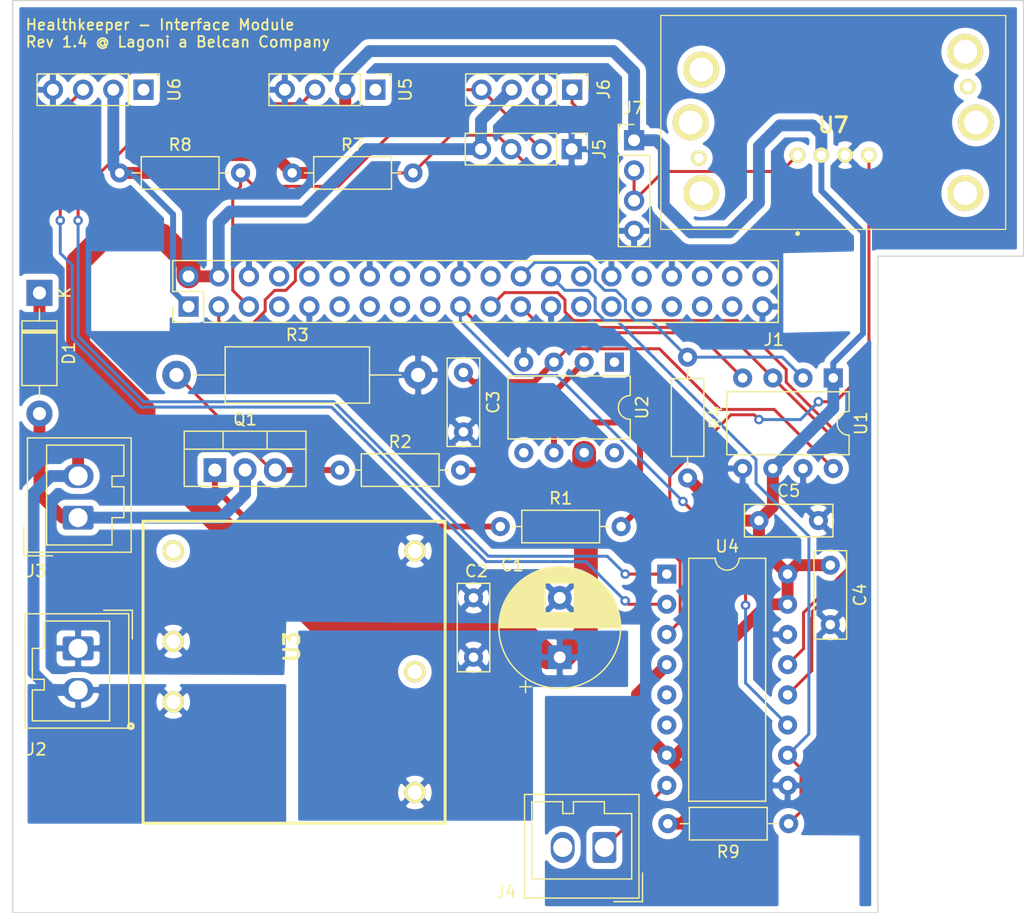
<source format=kicad_pcb>
(kicad_pcb (version 20171130) (host pcbnew "(5.1.5-0-10_14)")
  (layers (0 F.Cu signal) (31 B.Cu signal) (34 B.Paste user) (35 F.Paste user) (36 B.SilkS user) (37 F.SilkS user) (38 B.Mask user) (39 F.Mask user) (44 Edge.Cuts user))
  (net 0 "")
  (net 1 GND)
  (net 2 +5V)
  (net 3 "Net-(C3-Pad1)")
  (net 4 +3V3)
  (net 5 "Net-(D1-Pad2)")
  (net 6 +24V)
  (net 7 SDA1)
  (net 8 "Net-(J1-Pad15)")
  (net 9 "Net-(J1-Pad16)")
  (net 10 SCL1)
  (net 11 SCLK)
  (net 12 SPI_CS1)
  (net 13 "Net-(J1-Pad11)")
  (net 14 "Net-(J1-Pad12)")
  (net 15 "Net-(J1-Pad27)")
  (net 16 "Net-(J1-Pad28)")
  (net 17 "Net-(J1-Pad13)")
  (net 18 "Net-(J1-Pad10)")
  (net 19 MOSI)
  (net 20 "Net-(J1-Pad37)")
  (net 21 "Net-(J1-Pad38)")
  (net 22 "Net-(J1-Pad33)")
  (net 23 "Net-(J1-Pad35)")
  (net 24 "Net-(J1-Pad36)")
  (net 25 "Net-(J1-Pad17)")
  (net 26 "Net-(J1-Pad18)")
  (net 27 "Net-(J1-Pad31)")
  (net 28 "Net-(J1-Pad32)")
  (net 29 I2C_CS)
  (net 30 "Net-(J1-Pad8)")
  (net 31 "Net-(J1-Pad29)")
  (net 32 MISO)
  (net 33 "Net-(J1-Pad22)")
  (net 34 SPI_CS2)
  (net 35 "Net-(J1-Pad40)")
  (net 36 "Net-(J4-Pad2)")
  (net 37 BAT_SENSE)
  (net 38 "Net-(J7-Pad2)")
  (net 39 "Net-(Q1-Pad3)")
  (net 40 "Net-(Q1-Pad1)")
  (net 41 "Net-(R1-Pad2)")
  (net 42 "Net-(R2-Pad2)")
  (net 43 "Net-(U2-Pad8)")
  (net 44 "Net-(U2-Pad5)")
  (net 45 "Net-(U2-Pad1)")
  (net 46 "Net-(U3-Pad6)")
  (net 47 "Net-(U3-Pad4)")
  (net 48 "Net-(U4-Pad6)")
  (net 49 "Net-(U4-Pad5)")
  (net 50 "Net-(U4-Pad3)")
  (net 51 "Net-(U4-Pad2)")
  (net 52 "Net-(U4-Pad1)")
  (net 53 "Net-(U5-Pad1)")
  (net 54 "Net-(U6-Pad1)")
  (module Module:Raspberry_Pi4 (layer F.Cu) (at 112.285859 71.865787 90)
    (fp_text reference J1 (at -7.6708 49.2125 180) (layer F.SilkS))
    (fp_text value "RPI Conn")
    (pad 6 thru_hole oval (at -2.3368 5.08 90) (size 1.7 1.7) (drill 1) (layers *.Cu *.Mask) (net 1 GND))
    (pad 3 thru_hole oval (at -4.8768 2.54 90) (size 1.7 1.7) (drill 1) (layers *.Cu *.Mask) (net 7 SDA1))
    (pad 15 thru_hole oval (at -4.8768 17.78 90) (size 1.7 1.7) (drill 1) (layers *.Cu *.Mask) (net 8 "Net-(J1-Pad15)"))
    (pad 16 thru_hole oval (at -2.3368 17.78 90) (size 1.7 1.7) (drill 1) (layers *.Cu *.Mask) (net 9 "Net-(J1-Pad16)"))
    (pad 4 thru_hole oval (at -2.3368 2.54 90) (size 1.7 1.7) (drill 1) (layers *.Cu *.Mask) (net 2 +5V))
    (pad 5 thru_hole oval (at -4.8768 5.08 90) (size 1.7 1.7) (drill 1) (layers *.Cu *.Mask) (net 10 SCL1))
    (pad 2 thru_hole oval (at -2.3368 0 90) (size 1.7 1.7) (drill 1) (layers *.Cu *.Mask) (net 2 +5V))
    (pad 1 thru_hole rect (at -4.8768 0 90) (size 1.7 1.7) (drill 1) (layers *.Cu *.Mask) (net 4 +3V3))
    (pad 23 thru_hole oval (at -4.8768 27.94 90) (size 1.7 1.7) (drill 1) (layers *.Cu *.Mask) (net 11 SCLK))
    (pad 24 thru_hole oval (at -2.3368 27.94 90) (size 1.7 1.7) (drill 1) (layers *.Cu *.Mask) (net 12 SPI_CS1))
    (pad 11 thru_hole oval (at -4.8768 12.7 90) (size 1.7 1.7) (drill 1) (layers *.Cu *.Mask) (net 13 "Net-(J1-Pad11)"))
    (pad 12 thru_hole oval (at -2.3368 12.7 90) (size 1.7 1.7) (drill 1) (layers *.Cu *.Mask) (net 14 "Net-(J1-Pad12)"))
    (pad 27 thru_hole oval (at -4.8768 33.02 90) (size 1.7 1.7) (drill 1) (layers *.Cu *.Mask) (net 15 "Net-(J1-Pad27)"))
    (pad 28 thru_hole oval (at -2.3368 33.02 90) (size 1.7 1.7) (drill 1) (layers *.Cu *.Mask) (net 16 "Net-(J1-Pad28)"))
    (pad 13 thru_hole oval (at -4.8768 15.24 90) (size 1.7 1.7) (drill 1) (layers *.Cu *.Mask) (net 17 "Net-(J1-Pad13)"))
    (pad 14 thru_hole oval (at -2.3368 15.24 90) (size 1.7 1.7) (drill 1) (layers *.Cu *.Mask) (net 1 GND))
    (pad 9 thru_hole oval (at -4.8768 10.16 90) (size 1.7 1.7) (drill 1) (layers *.Cu *.Mask) (net 1 GND))
    (pad 10 thru_hole oval (at -2.3368 10.16 90) (size 1.7 1.7) (drill 1) (layers *.Cu *.Mask) (net 18 "Net-(J1-Pad10)"))
    (pad 19 thru_hole oval (at -4.8768 22.86 90) (size 1.7 1.7) (drill 1) (layers *.Cu *.Mask) (net 19 MOSI))
    (pad 20 thru_hole oval (at -2.3368 22.86 90) (size 1.7 1.7) (drill 1) (layers *.Cu *.Mask) (net 1 GND))
    (pad 37 thru_hole oval (at -4.8768 45.72 90) (size 1.7 1.7) (drill 1) (layers *.Cu *.Mask) (net 20 "Net-(J1-Pad37)"))
    (pad 38 thru_hole oval (at -2.3368 45.72 90) (size 1.7 1.7) (drill 1) (layers *.Cu *.Mask) (net 21 "Net-(J1-Pad38)"))
    (pad 33 thru_hole oval (at -4.8768 40.64 90) (size 1.7 1.7) (drill 1) (layers *.Cu *.Mask) (net 22 "Net-(J1-Pad33)"))
    (pad 34 thru_hole oval (at -2.3368 40.64 90) (size 1.7 1.7) (drill 1) (layers *.Cu *.Mask) (net 1 GND))
    (pad 35 thru_hole oval (at -4.8768 43.18 90) (size 1.7 1.7) (drill 1) (layers *.Cu *.Mask) (net 23 "Net-(J1-Pad35)"))
    (pad 36 thru_hole oval (at -2.3368 43.18 90) (size 1.7 1.7) (drill 1) (layers *.Cu *.Mask) (net 24 "Net-(J1-Pad36)"))
    (pad 17 thru_hole oval (at -4.8768 20.32 90) (size 1.7 1.7) (drill 1) (layers *.Cu *.Mask) (net 25 "Net-(J1-Pad17)"))
    (pad 18 thru_hole oval (at -2.3368 20.32 90) (size 1.7 1.7) (drill 1) (layers *.Cu *.Mask) (net 26 "Net-(J1-Pad18)"))
    (pad 31 thru_hole oval (at -4.8768 38.1 90) (size 1.7 1.7) (drill 1) (layers *.Cu *.Mask) (net 27 "Net-(J1-Pad31)"))
    (pad 32 thru_hole oval (at -2.3368 38.1 90) (size 1.7 1.7) (drill 1) (layers *.Cu *.Mask) (net 28 "Net-(J1-Pad32)"))
    (pad 7 thru_hole oval (at -4.8768 7.62 90) (size 1.7 1.7) (drill 1) (layers *.Cu *.Mask) (net 29 I2C_CS))
    (pad 8 thru_hole oval (at -2.3368 7.62 90) (size 1.7 1.7) (drill 1) (layers *.Cu *.Mask) (net 30 "Net-(J1-Pad8)"))
    (pad 29 thru_hole oval (at -4.8768 35.56 90) (size 1.7 1.7) (drill 1) (layers *.Cu *.Mask) (net 31 "Net-(J1-Pad29)"))
    (pad 30 thru_hole oval (at -2.3368 35.56 90) (size 1.7 1.7) (drill 1) (layers *.Cu *.Mask) (net 1 GND))
    (pad 21 thru_hole oval (at -4.8768 25.4 90) (size 1.7 1.7) (drill 1) (layers *.Cu *.Mask) (net 32 MISO))
    (pad 22 thru_hole oval (at -2.3368 25.4 90) (size 1.7 1.7) (drill 1) (layers *.Cu *.Mask) (net 33 "Net-(J1-Pad22)"))
    (pad 25 thru_hole oval (at -4.8768 30.48 90) (size 1.7 1.7) (drill 1) (layers *.Cu *.Mask) (net 1 GND))
    (pad 26 thru_hole oval (at -2.3368 30.48 90) (size 1.7 1.7) (drill 1) (layers *.Cu *.Mask) (net 34 SPI_CS2))
    (pad 39 thru_hole oval (at -4.8768 48.26 90) (size 1.7 1.7) (drill 1) (layers *.Cu *.Mask) (net 1 GND))
    (pad 40 thru_hole oval (at -2.3368 48.26 90) (size 1.7 1.7) (drill 1) (layers *.Cu *.Mask) (net 35 "Net-(J1-Pad40)"))
    (pad "" np_thru_hole circle (at -52.6288 -4.953) (size 2.75 2.75) (drill 2.75) (layers *.Cu *.Mask))
    (pad "" np_thru_hole circle (at -52.6288 53.086) (size 2.75 2.75) (drill 2.75) (layers *.Cu *.Mask))
    (pad "" np_thru_hole circle (at -3.6068 -4.8895) (size 2.75 2.75) (drill 2.75) (layers *.Cu *.Mask))
    (pad "" np_thru_hole circle (at -3.6068 53.13) (size 2.75 2.75) (drill 2.75) (layers *.Cu *.Mask))
  )
  (module Connector_PinHeader_2.54mm:PinHeader_1x04_P2.54mm_Vertical (layer F.Cu) (at 144.54 58.5 270)
    (fp_text reference J6 (at -0.04572 -2.65176 90) (layer F.SilkS))
    (fp_text value "Flow Conn")
    (pad 4 thru_hole oval (at 0 7.62 270) (size 1.7 1.7) (drill 1) (layers *.Cu *.Mask) (net 10 SCL1))
    (pad 3 thru_hole oval (at 0 5.08 270) (size 1.7 1.7) (drill 1) (layers *.Cu *.Mask) (net 2 +5V))
    (pad 2 thru_hole oval (at 0 2.54 270) (size 1.7 1.7) (drill 1) (layers *.Cu *.Mask) (net 1 GND))
    (pad 1 thru_hole rect (at 0 0 270) (size 1.7 1.7) (drill 1) (layers *.Cu *.Mask) (net 7 SDA1))
  )
  (module Connector_PinHeader_2.54mm:PinHeader_1x04_P2.54mm_Vertical (layer F.Cu) (at 108.5 58.5 270)
    (fp_text reference U6 (at 0.00254 -2.5908 90) (layer F.SilkS))
    (fp_text value HSCSAAN001PDAA5)
    (pad 4 thru_hole oval (at 0 7.62 270) (size 1.7 1.7) (drill 1) (layers *.Cu *.Mask) (net 1 GND))
    (pad 3 thru_hole oval (at 0 5.08 270) (size 1.7 1.7) (drill 1) (layers *.Cu *.Mask) (net 51 "Net-(U4-Pad2)"))
    (pad 2 thru_hole oval (at 0 2.54 270) (size 1.7 1.7) (drill 1) (layers *.Cu *.Mask) (net 4 +3V3))
    (pad 1 thru_hole rect (at 0 0 270) (size 1.7 1.7) (drill 1) (layers *.Cu *.Mask) (net 54 "Net-(U6-Pad1)"))
  )
  (module Connector_PinHeader_2.54mm:PinHeader_1x04_P2.54mm_Vertical (layer F.Cu) (at 144.5 63.5 270)
    (fp_text reference J5 (at 0 -2.33 90) (layer F.SilkS))
    (fp_text value "7\"LCD Screen")
    (pad 4 thru_hole oval (at 0 7.62 270) (size 1.7 1.7) (drill 1) (layers *.Cu *.Mask) (net 2 +5V))
    (pad 3 thru_hole oval (at 0 5.08 270) (size 1.7 1.7) (drill 1) (layers *.Cu *.Mask) (net 7 SDA1))
    (pad 2 thru_hole oval (at 0 2.54 270) (size 1.7 1.7) (drill 1) (layers *.Cu *.Mask) (net 10 SCL1))
    (pad 1 thru_hole rect (at 0 0 270) (size 1.7 1.7) (drill 1) (layers *.Cu *.Mask) (net 1 GND))
  )
  (module Package_DIP:DIP-16_W10.16mm (layer F.Cu) (at 152.5 99.25)
    (fp_text reference U4 (at 5.08 -2.33) (layer F.SilkS))
    (fp_text value MCP3208)
    (pad 16 thru_hole oval (at 10.16 0) (size 1.6 1.6) (drill 0.8) (layers *.Cu *.Mask) (net 4 +3V3))
    (pad 8 thru_hole oval (at 0 17.78) (size 1.6 1.6) (drill 0.8) (layers *.Cu *.Mask) (net 37 BAT_SENSE))
    (pad 15 thru_hole oval (at 10.16 2.54) (size 1.6 1.6) (drill 0.8) (layers *.Cu *.Mask) (net 4 +3V3))
    (pad 7 thru_hole oval (at 0 15.24) (size 1.6 1.6) (drill 0.8) (layers *.Cu *.Mask) (net 4 +3V3))
    (pad 14 thru_hole oval (at 10.16 5.08) (size 1.6 1.6) (drill 0.8) (layers *.Cu *.Mask) (net 1 GND))
    (pad 6 thru_hole oval (at 0 12.7) (size 1.6 1.6) (drill 0.8) (layers *.Cu *.Mask) (net 48 "Net-(U4-Pad6)"))
    (pad 13 thru_hole oval (at 10.16 7.62) (size 1.6 1.6) (drill 0.8) (layers *.Cu *.Mask) (net 11 SCLK))
    (pad 5 thru_hole oval (at 0 10.16) (size 1.6 1.6) (drill 0.8) (layers *.Cu *.Mask) (net 49 "Net-(U4-Pad5)"))
    (pad 12 thru_hole oval (at 10.16 10.16) (size 1.6 1.6) (drill 0.8) (layers *.Cu *.Mask) (net 32 MISO))
    (pad 4 thru_hole oval (at 0 7.62) (size 1.6 1.6) (drill 0.8) (layers *.Cu *.Mask) (net 4 +3V3))
    (pad 11 thru_hole oval (at 10.16 12.7) (size 1.6 1.6) (drill 0.8) (layers *.Cu *.Mask) (net 19 MOSI))
    (pad 3 thru_hole oval (at 0 5.08) (size 1.6 1.6) (drill 0.8) (layers *.Cu *.Mask) (net 50 "Net-(U4-Pad3)"))
    (pad 10 thru_hole oval (at 10.16 15.24) (size 1.6 1.6) (drill 0.8) (layers *.Cu *.Mask) (net 34 SPI_CS2))
    (pad 2 thru_hole oval (at 0 2.54) (size 1.6 1.6) (drill 0.8) (layers *.Cu *.Mask) (net 51 "Net-(U4-Pad2)"))
    (pad 9 thru_hole oval (at 10.16 17.78) (size 1.6 1.6) (drill 0.8) (layers *.Cu *.Mask) (net 1 GND))
    (pad 1 thru_hole rect (at 0 0) (size 1.6 1.6) (drill 0.8) (layers *.Cu *.Mask) (net 52 "Net-(U4-Pad1)"))
  )
  (module SDP816-125Pa:SDP816125Pa (layer F.Cu) (at 163.5 64)
    (fp_text reference U7 (at 3 -2.525) (layer F.SilkS) (effects (font (size 1.27 1.27) (thickness 0.254))))
    (fp_text value SDP816-125Pa hide)
    (pad MH8 thru_hole circle (at 15 -2.75 90) (size 3 3) (drill 2) (layers *.Cu *.Mask F.SilkS))
    (pad MH7 thru_hole circle (at -9 -2.75 90) (size 3 3) (drill 2) (layers *.Cu *.Mask F.SilkS))
    (pad MH6 thru_hole circle (at 14.1 -8.7 90) (size 3 3) (drill 2) (layers *.Cu *.Mask F.SilkS))
    (pad MH5 thru_hole circle (at -8.1 -7.2 90) (size 3 3) (drill 2) (layers *.Cu *.Mask F.SilkS))
    (pad MH4 thru_hole circle (at 14.1 3.2 90) (size 3 3) (drill 2) (layers *.Cu *.Mask F.SilkS))
    (pad MH3 thru_hole circle (at -8.1 3.2 90) (size 3 3) (drill 2) (layers *.Cu *.Mask F.SilkS))
    (pad MH2 thru_hole circle (at 14.3 -5.75 90) (size 1.3 1.3) (drill 0.8) (layers *.Cu *.Mask F.SilkS))
    (pad MH1 thru_hole circle (at -8.3 0.25 90) (size 1.3 1.3) (drill 0.8) (layers *.Cu *.Mask F.SilkS))
    (pad 4 thru_hole circle (at 6 0 90) (size 1.3 1.3) (drill 0.8) (layers *.Cu *.Mask F.SilkS) (net 50 "Net-(U4-Pad3)"))
    (pad 3 thru_hole circle (at 4 0 90) (size 1.3 1.3) (drill 0.8) (layers *.Cu *.Mask F.SilkS) (net 1 GND))
    (pad 2 thru_hole circle (at 2 0 90) (size 1.3 1.3) (drill 0.8) (layers *.Cu *.Mask F.SilkS) (net 4 +3V3))
    (pad 1 thru_hole circle (at 0 0 90) (size 1.3 1.3) (drill 0.8) (layers *.Cu *.Mask F.SilkS) (net 38 "Net-(J7-Pad2)"))
  )
  (module Connector_PinHeader_2.54mm:PinHeader_1x04_P2.54mm_Vertical (layer F.Cu) (at 128 58.5 270)
    (fp_text reference U5 (at -0.00254 -2.5273 90) (layer F.SilkS))
    (fp_text value HSCSAAN001PDAA5)
    (pad 4 thru_hole oval (at 0 7.62 270) (size 1.7 1.7) (drill 1) (layers *.Cu *.Mask) (net 1 GND))
    (pad 3 thru_hole oval (at 0 5.08 270) (size 1.7 1.7) (drill 1) (layers *.Cu *.Mask) (net 52 "Net-(U4-Pad1)"))
    (pad 2 thru_hole oval (at 0 2.54 270) (size 1.7 1.7) (drill 1) (layers *.Cu *.Mask) (net 4 +3V3))
    (pad 1 thru_hole rect (at 0 0 270) (size 1.7 1.7) (drill 1) (layers *.Cu *.Mask) (net 53 "Net-(U5-Pad1)"))
  )
  (module THN_15-2411WI:THN15-2411WI (layer F.Cu) (at 108.46 94.8055 270)
    (fp_text reference U3 (at 10.55567 -12.51367 90) (layer F.SilkS) (effects (font (size 1.27 1.27) (thickness 0.254))))
    (fp_text value TEN20-2411WIN hide)
    (pad 6 thru_hole circle (at 2.5 -2.54) (size 1.8 1.8) (drill 1.2) (layers *.Cu *.Mask F.SilkS) (net 46 "Net-(U3-Pad6)"))
    (pad 5 thru_hole circle (at 2.5 -22.86) (size 1.8 1.8) (drill 1.2) (layers *.Cu *.Mask F.SilkS) (net 1 GND))
    (pad 4 thru_hole circle (at 12.66 -22.86) (size 1.8 1.8) (drill 1.2) (layers *.Cu *.Mask F.SilkS) (net 47 "Net-(U3-Pad4)"))
    (pad 3 thru_hole circle (at 22.82 -22.86) (size 1.8 1.8) (drill 1.2) (layers *.Cu *.Mask F.SilkS) (net 2 +5V))
    (pad 2 thru_hole circle (at 10.12 -2.54) (size 1.8 1.8) (drill 1.2) (layers *.Cu *.Mask F.SilkS) (net 1 GND))
    (pad 1 thru_hole circle (at 15.2 -2.54) (size 1.8 1.8) (drill 1.2) (layers *.Cu *.Mask F.SilkS) (net 6 +24V))
  )
  (module Package_DIP:DIP-8_W7.62mm (layer F.Cu) (at 148.0947 81.4197 270)
    (fp_text reference U2 (at 3.81 -2.33 90) (layer F.SilkS))
    (fp_text value MCP6241)
    (pad 8 thru_hole oval (at 7.62 0 270) (size 1.6 1.6) (drill 0.8) (layers *.Cu *.Mask) (net 43 "Net-(U2-Pad8)"))
    (pad 4 thru_hole oval (at 0 7.62 270) (size 1.6 1.6) (drill 0.8) (layers *.Cu *.Mask) (net 1 GND))
    (pad 7 thru_hole oval (at 7.62 2.54 270) (size 1.6 1.6) (drill 0.8) (layers *.Cu *.Mask) (net 2 +5V))
    (pad 3 thru_hole oval (at 0 5.08 270) (size 1.6 1.6) (drill 0.8) (layers *.Cu *.Mask) (net 3 "Net-(C3-Pad1)"))
    (pad 6 thru_hole oval (at 7.62 5.08 270) (size 1.6 1.6) (drill 0.8) (layers *.Cu *.Mask) (net 41 "Net-(R1-Pad2)"))
    (pad 2 thru_hole oval (at 0 2.54 270) (size 1.6 1.6) (drill 0.8) (layers *.Cu *.Mask) (net 42 "Net-(R2-Pad2)"))
    (pad 5 thru_hole oval (at 7.62 7.62 270) (size 1.6 1.6) (drill 0.8) (layers *.Cu *.Mask) (net 44 "Net-(U2-Pad5)"))
    (pad 1 thru_hole rect (at 0 0 270) (size 1.6 1.6) (drill 0.8) (layers *.Cu *.Mask) (net 45 "Net-(U2-Pad1)"))
  )
  (module Package_DIP:DIP-8_W7.62mm (layer F.Cu) (at 166.5 82.75 270)
    (fp_text reference U1 (at 3.81 -2.33 90) (layer F.SilkS))
    (fp_text value MCP4921-EP)
    (pad 8 thru_hole oval (at 7.62 0 270) (size 1.6 1.6) (drill 0.8) (layers *.Cu *.Mask) (net 3 "Net-(C3-Pad1)"))
    (pad 4 thru_hole oval (at 0 7.62 270) (size 1.6 1.6) (drill 0.8) (layers *.Cu *.Mask) (net 19 MOSI))
    (pad 7 thru_hole oval (at 7.62 2.54 270) (size 1.6 1.6) (drill 0.8) (layers *.Cu *.Mask) (net 1 GND))
    (pad 3 thru_hole oval (at 0 5.08 270) (size 1.6 1.6) (drill 0.8) (layers *.Cu *.Mask) (net 11 SCLK))
    (pad 6 thru_hole oval (at 7.62 5.08 270) (size 1.6 1.6) (drill 0.8) (layers *.Cu *.Mask) (net 4 +3V3))
    (pad 2 thru_hole oval (at 0 2.54 270) (size 1.6 1.6) (drill 0.8) (layers *.Cu *.Mask) (net 12 SPI_CS1))
    (pad 5 thru_hole oval (at 7.62 7.62 270) (size 1.6 1.6) (drill 0.8) (layers *.Cu *.Mask) (net 1 GND))
    (pad 1 thru_hole rect (at 0 0 270) (size 1.6 1.6) (drill 0.8) (layers *.Cu *.Mask) (net 4 +3V3))
  )
  (module Resistor_THT:R_Axial_DIN0207_L6.3mm_D2.5mm_P10.16mm_Horizontal (layer F.Cu) (at 162.75 120.25 180)
    (fp_text reference R9 (at 5.08 -2.37) (layer F.SilkS))
    (fp_text value "10k Ohm")
    (pad 2 thru_hole oval (at 10.16 0 180) (size 1.6 1.6) (drill 0.8) (layers *.Cu *.Mask) (net 4 +3V3))
    (pad 1 thru_hole circle (at 0 0 180) (size 1.6 1.6) (drill 0.8) (layers *.Cu *.Mask) (net 34 SPI_CS2))
  )
  (module Resistor_THT:R_Axial_DIN0207_L6.3mm_D2.5mm_P10.16mm_Horizontal (layer F.Cu) (at 106.5 65.5)
    (fp_text reference R8 (at 5.08 -2.37) (layer F.SilkS))
    (fp_text value 4.7k)
    (pad 2 thru_hole oval (at 10.16 0) (size 1.6 1.6) (drill 0.8) (layers *.Cu *.Mask) (net 10 SCL1))
    (pad 1 thru_hole circle (at 0 0) (size 1.6 1.6) (drill 0.8) (layers *.Cu *.Mask) (net 4 +3V3))
  )
  (module Resistor_THT:R_Axial_DIN0207_L6.3mm_D2.5mm_P10.16mm_Horizontal (layer F.Cu) (at 121 65.5)
    (fp_text reference R7 (at 5.08 -2.37) (layer F.SilkS))
    (fp_text value 4.7k)
    (pad 2 thru_hole oval (at 10.16 0) (size 1.6 1.6) (drill 0.8) (layers *.Cu *.Mask) (net 7 SDA1))
    (pad 1 thru_hole circle (at 0 0) (size 1.6 1.6) (drill 0.8) (layers *.Cu *.Mask) (net 4 +3V3))
  )
  (module Resistor_THT:R_Axial_DIN0207_L6.3mm_D2.5mm_P10.16mm_Horizontal (layer F.Cu) (at 154.25 81 270)
    (fp_text reference R4 (at 5.08 -2.37 90) (layer F.SilkS))
    (fp_text value "10k Ohm")
    (pad 2 thru_hole oval (at 10.16 0 270) (size 1.6 1.6) (drill 0.8) (layers *.Cu *.Mask) (net 4 +3V3))
    (pad 1 thru_hole circle (at 0 0 270) (size 1.6 1.6) (drill 0.8) (layers *.Cu *.Mask) (net 12 SPI_CS1))
  )
  (module Resistor_THT:R_Axial_DIN0414_L11.9mm_D4.5mm_P20.32mm_Horizontal (layer F.Cu) (at 111.27486 82.5)
    (fp_text reference R3 (at 10.16 -3.37) (layer F.SilkS))
    (fp_text value "3.3 Ohm")
    (pad 2 thru_hole oval (at 20.32 0) (size 2.4 2.4) (drill 1.2) (layers *.Cu *.Mask) (net 1 GND))
    (pad 1 thru_hole circle (at 0 0) (size 2.4 2.4) (drill 1.2) (layers *.Cu *.Mask) (net 39 "Net-(Q1-Pad3)"))
  )
  (module Resistor_THT:R_Axial_DIN0207_L6.3mm_D2.5mm_P10.16mm_Horizontal (layer F.Cu) (at 125 90.5)
    (fp_text reference R2 (at 5.08 -2.37) (layer F.SilkS))
    (fp_text value "2k Ohm")
    (pad 2 thru_hole oval (at 10.16 0) (size 1.6 1.6) (drill 0.8) (layers *.Cu *.Mask) (net 42 "Net-(R2-Pad2)"))
    (pad 1 thru_hole circle (at 0 0) (size 1.6 1.6) (drill 0.8) (layers *.Cu *.Mask) (net 39 "Net-(Q1-Pad3)"))
  )
  (module Resistor_THT:R_Axial_DIN0207_L6.3mm_D2.5mm_P10.16mm_Horizontal (layer F.Cu) (at 138.5 95.25)
    (fp_text reference R1 (at 5.08 -2.37) (layer F.SilkS))
    (fp_text value "10k Ohm")
    (pad 2 thru_hole oval (at 10.16 0) (size 1.6 1.6) (drill 0.8) (layers *.Cu *.Mask) (net 41 "Net-(R1-Pad2)"))
    (pad 1 thru_hole circle (at 0 0) (size 1.6 1.6) (drill 0.8) (layers *.Cu *.Mask) (net 40 "Net-(Q1-Pad1)"))
  )
  (module Package_TO_SOT_THT:TO-220-3_Vertical (layer F.Cu) (at 114.5 90.5)
    (fp_text reference Q1 (at 2.54 -4.27) (layer F.SilkS))
    (fp_text value IRF540NLPBF)
    (pad 3 thru_hole oval (at 5.08 0) (size 1.905 2) (drill 1.1) (layers *.Cu *.Mask) (net 39 "Net-(Q1-Pad3)"))
    (pad 2 thru_hole oval (at 2.54 0) (size 1.905 2) (drill 1.1) (layers *.Cu *.Mask) (net 5 "Net-(D1-Pad2)"))
    (pad 1 thru_hole rect (at 0 0) (size 1.905 2) (drill 1.1) (layers *.Cu *.Mask) (net 40 "Net-(Q1-Pad1)"))
  )
  (module Connector_PinHeader_2.54mm:PinHeader_1x04_P2.54mm_Vertical (layer F.Cu) (at 149.75 62.75)
    (fp_text reference J7 (at -0.05842 -2.7051) (layer F.SilkS))
    (fp_text value "DpFlow Selector")
    (pad 4 thru_hole oval (at 0 7.62) (size 1.7 1.7) (drill 1) (layers *.Cu *.Mask) (net 1 GND))
    (pad 3 thru_hole oval (at 0 5.08) (size 1.7 1.7) (drill 1) (layers *.Cu *.Mask) (net 38 "Net-(J7-Pad2)"))
    (pad 2 thru_hole oval (at 0 2.54) (size 1.7 1.7) (drill 1) (layers *.Cu *.Mask) (net 38 "Net-(J7-Pad2)"))
    (pad 1 thru_hole rect (at 0 0) (size 1.7 1.7) (drill 1) (layers *.Cu *.Mask) (net 4 +3V3))
  )
  (module Connector_Wago:Wago_734-132_1x02_P3.50mm_Vertical (layer F.Cu) (at 147.25 122.25 180)
    (fp_text reference J4 (at 8.25 -3.75) (layer F.SilkS))
    (fp_text value "BAT Sense")
    (pad 2 thru_hole oval (at 3.5 0 180) (size 2 2.6) (drill 1.6) (layers *.Cu *.Mask) (net 36 "Net-(J4-Pad2)"))
    (pad 1 thru_hole roundrect (at 0 0 180) (size 2 2.6) (drill 1.6) (layers *.Cu *.Mask) (roundrect_rratio 0.125) (net 37 BAT_SENSE))
  )
  (module Connector_Wago:Wago_734-132_1x02_P3.50mm_Vertical (layer F.Cu) (at 103 94.5 90)
    (fp_text reference J3 (at -4.5 -3.5) (layer F.SilkS))
    (fp_text value "CTRL VALVE")
    (pad 2 thru_hole oval (at 3.5 0 90) (size 2 2.6) (drill 1.6) (layers *.Cu *.Mask) (net 6 +24V))
    (pad 1 thru_hole roundrect (at 0 0 90) (size 2 2.6) (drill 1.6) (layers *.Cu *.Mask) (roundrect_rratio 0.125) (net 5 "Net-(D1-Pad2)"))
  )
  (module Connector_Wago:Wago_734-132_1x02_P3.50mm_Vertical (layer F.Cu) (at 103 105.5 270)
    (fp_text reference J2 (at 8.5 3.5) (layer F.SilkS))
    (fp_text value 24VDC-IN)
    (pad 2 thru_hole oval (at 3.5 0 270) (size 2 2.6) (drill 1.6) (layers *.Cu *.Mask) (net 6 +24V))
    (pad 1 thru_hole roundrect (at 0 0 270) (size 2 2.6) (drill 1.6) (layers *.Cu *.Mask) (roundrect_rratio 0.125) (net 1 GND))
  )
  (module Diode_THT:D_DO-41_SOD81_P10.16mm_Horizontal (layer F.Cu) (at 99.75 75.59 270)
    (fp_text reference D1 (at 5.08 -2.47 90) (layer F.SilkS))
    (fp_text value 1N4001)
    (fp_text user K (at 0 -2.1 90) (layer F.SilkS))
    (pad 2 thru_hole oval (at 10.16 0 270) (size 2.2 2.2) (drill 1.1) (layers *.Cu *.Mask) (net 5 "Net-(D1-Pad2)"))
    (pad 1 thru_hole rect (at 0 0 270) (size 2.2 2.2) (drill 1.1) (layers *.Cu *.Mask) (net 6 +24V))
  )
  (module Capacitor_THT:C_Rect_L7.2mm_W2.5mm_P5.00mm_FKS2_FKP2_MKS2_MKP2 (layer F.Cu) (at 160.25 94.75)
    (fp_text reference C5 (at 2.5 -2.5) (layer F.SilkS))
    (fp_text value 100nF)
    (pad 2 thru_hole circle (at 5 0) (size 1.6 1.6) (drill 0.8) (layers *.Cu *.Mask) (net 1 GND))
    (pad 1 thru_hole circle (at 0 0) (size 1.6 1.6) (drill 0.8) (layers *.Cu *.Mask) (net 4 +3V3))
  )
  (module Capacitor_THT:C_Rect_L7.2mm_W2.5mm_P5.00mm_FKS2_FKP2_MKS2_MKP2 (layer F.Cu) (at 166.25 98.5 270)
    (fp_text reference C4 (at 2.5 -2.5 90) (layer F.SilkS))
    (fp_text value 100nF)
    (pad 2 thru_hole circle (at 5 0 270) (size 1.6 1.6) (drill 0.8) (layers *.Cu *.Mask) (net 1 GND))
    (pad 1 thru_hole circle (at 0 0 270) (size 1.6 1.6) (drill 0.8) (layers *.Cu *.Mask) (net 4 +3V3))
  )
  (module Capacitor_THT:C_Rect_L7.2mm_W2.5mm_P5.00mm_FKS2_FKP2_MKS2_MKP2 (layer F.Cu) (at 135.39978 82.29092 270)
    (fp_text reference C3 (at 2.5 -2.5 90) (layer F.SilkS))
    (fp_text value 100nF)
    (pad 2 thru_hole circle (at 5 0 270) (size 1.6 1.6) (drill 0.8) (layers *.Cu *.Mask) (net 1 GND))
    (pad 1 thru_hole circle (at 0 0 270) (size 1.6 1.6) (drill 0.8) (layers *.Cu *.Mask) (net 3 "Net-(C3-Pad1)"))
  )
  (module Capacitor_THT:C_Rect_L7.2mm_W2.5mm_P5.00mm_FKS2_FKP2_MKS2_MKP2 (layer F.Cu) (at 136.25 101.25 270)
    (fp_text reference C2 (at -2.25 -0.25) (layer F.SilkS))
    (fp_text value 100nF)
    (pad 2 thru_hole circle (at 5 0 270) (size 1.6 1.6) (drill 0.8) (layers *.Cu *.Mask) (net 2 +5V))
    (pad 1 thru_hole circle (at 0 0 270) (size 1.6 1.6) (drill 0.8) (layers *.Cu *.Mask) (net 1 GND))
  )
  (module Capacitor_THT:CP_Radial_D10.0mm_P5.00mm (layer F.Cu) (at 143.5 106.25 90)
    (fp_text reference C1 (at 7.75 -4) (layer F.SilkS))
    (fp_text value 470uF)
    (pad 2 thru_hole circle (at 5 0 90) (size 2 2) (drill 1) (layers *.Cu *.Mask) (net 1 GND))
    (pad 1 thru_hole rect (at 0 0 90) (size 2 2) (drill 1) (layers *.Cu *.Mask) (net 2 +5V))
  )
  (gr_text "Healthkeeper - Interface Module \nRev 1.4 @ Lagoni a Belcan Company" (at 98.5 53.75) (layer F.SilkS) (effects (font (size 0.9 0.9)) (justify left)))
  (gr_line (start 170.25 104.75) (end 170.25 72.5) (layer Edge.Cuts) (width 0.1))
  (gr_line (start 168.5 127.75) (end 170.25 127.75) (layer Edge.Cuts) (width 0.1))
  (gr_line (start 97.5 51) (end 97.5 62) (layer Edge.Cuts) (width 0.1))
  (gr_line (start 182.5 51) (end 97.5 51) (layer Edge.Cuts) (width 0.1))
  (gr_line (start 182.5 72.5) (end 182.5 51) (layer Edge.Cuts) (width 0.1))
  (gr_line (start 170.25 72.5) (end 182.5 72.5) (layer Edge.Cuts) (width 0.1))
  (gr_line (start 170.25 127.75) (end 170.25 104.75) (layer Edge.Cuts) (width 0.1))
  (gr_line (start 107.5 127.75) (end 168.5 127.75) (layer Edge.Cuts) (width 0.1))
  (gr_line (start 97.5 127.75) (end 107.5 127.75) (layer Edge.Cuts) (width 0.1))
  (gr_line (start 97.5 62) (end 97.5 127.75) (layer Edge.Cuts) (width 0.1))
  (segment (start 131.59486 83.486) (end 131.59486 82.5) (width 0.25) (layer B.Cu) (net 1))
  (segment (start 112.285859 74.202587) (end 114.825859 74.202587) (width 1) (layer F.Cu) (net 2))
  (segment (start 143.5 106.25) (end 143.75 106.25) (width 2) (layer F.Cu) (net 2))
  (segment (start 145.700001 90.316371) (end 145.5547 90.17107) (width 2) (layer F.Cu) (net 2))
  (segment (start 145.5547 90.17107) (end 145.5547 89.0397) (width 2) (layer F.Cu) (net 2))
  (segment (start 145.700001 104.299999) (end 145.700001 90.316371) (width 2) (layer F.Cu) (net 2))
  (segment (start 143.75 106.25) (end 145.700001 104.299999) (width 2) (layer F.Cu) (net 2))
  (segment (start 143.5 106.25) (end 142.5 106.25) (width 2) (layer F.Cu) (net 2))
  (segment (start 112.285859 74.202587) (end 112.285859 73.000506) (width 2) (layer F.Cu) (net 2))
  (segment (start 110.035353 70.75) (end 105.25 70.75) (width 2) (layer F.Cu) (net 2))
  (segment (start 103 80) (end 108.5 85.5) (width 2) (layer F.Cu) (net 2))
  (segment (start 112.285859 73.000506) (end 110.035353 70.75) (width 2) (layer F.Cu) (net 2))
  (segment (start 103 73) (end 103 80) (width 2) (layer F.Cu) (net 2))
  (segment (start 140 103.75) (end 123.637498 103.75) (width 2) (layer F.Cu) (net 2))
  (segment (start 142.5 106.25) (end 140 103.75) (width 2) (layer F.Cu) (net 2))
  (segment (start 108.5 85.5) (end 108.5 88.612502) (width 2) (layer F.Cu) (net 2))
  (segment (start 108.5 88.612502) (end 123.637498 103.75) (width 2) (layer F.Cu) (net 2))
  (segment (start 105.25 70.75) (end 103 73) (width 2) (layer F.Cu) (net 2))
  (segment (start 136.88 63.5) (end 127.25 63.5) (width 1) (layer B.Cu) (net 2))
  (segment (start 127.25 63.5) (end 122 68.75) (width 1) (layer B.Cu) (net 2))
  (segment (start 122 68.75) (end 115.75 68.75) (width 1) (layer B.Cu) (net 2))
  (segment (start 114.825859 69.674141) (end 114.825859 74.202587) (width 1) (layer B.Cu) (net 2))
  (segment (start 115.75 68.75) (end 114.825859 69.674141) (width 1) (layer B.Cu) (net 2))
  (segment (start 136.88 61.08) (end 139.46 58.5) (width 1) (layer B.Cu) (net 2))
  (segment (start 136.88 63.5) (end 136.88 61.08) (width 1) (layer B.Cu) (net 2))
  (segment (start 161.529991 85.399991) (end 166.5 90.37) (width 0.25) (layer F.Cu) (net 3))
  (segment (start 156.984989 85.399991) (end 161.529991 85.399991) (width 0.25) (layer F.Cu) (net 3))
  (segment (start 151.879697 80.294699) (end 156.984989 85.399991) (width 0.25) (layer F.Cu) (net 3))
  (segment (start 144.139701 80.294699) (end 151.879697 80.294699) (width 0.25) (layer F.Cu) (net 3))
  (segment (start 143.0147 81.4197) (end 144.139701 80.294699) (width 0.25) (layer F.Cu) (net 3))
  (segment (start 142.214701 82.219699) (end 143.0147 81.4197) (width 0.5) (layer F.Cu) (net 3))
  (segment (start 141.343481 83.090919) (end 142.214701 82.219699) (width 0.5) (layer F.Cu) (net 3))
  (segment (start 136.199779 83.090919) (end 141.343481 83.090919) (width 0.5) (layer F.Cu) (net 3))
  (segment (start 135.39978 82.29092) (end 136.199779 83.090919) (width 0.5) (layer F.Cu) (net 3))
  (segment (start 106.5 65.5) (end 110 65.5) (width 1) (layer F.Cu) (net 4))
  (segment (start 119.499999 63.999999) (end 121 65.5) (width 1) (layer F.Cu) (net 4))
  (segment (start 111.500001 63.999999) (end 119.499999 63.999999) (width 1) (layer F.Cu) (net 4))
  (segment (start 110 65.5) (end 111.500001 63.999999) (width 1) (layer F.Cu) (net 4))
  (segment (start 121 65.5) (end 122.5 65.5) (width 1) (layer F.Cu) (net 4))
  (segment (start 122.5 65.5) (end 125.5 62.5) (width 1) (layer F.Cu) (net 4))
  (segment (start 125.46 62.46) (end 125.46 58.5) (width 1) (layer F.Cu) (net 4))
  (segment (start 125.5 62.5) (end 125.46 62.46) (width 1) (layer F.Cu) (net 4))
  (segment (start 105.96 64.96) (end 106.5 65.5) (width 1) (layer B.Cu) (net 4))
  (segment (start 105.96 58.5) (end 105.96 64.96) (width 1) (layer B.Cu) (net 4))
  (segment (start 166.5 85.29) (end 166.5 82.75) (width 1) (layer B.Cu) (net 4))
  (segment (start 161.42 90.37) (end 166.5 85.29) (width 1) (layer B.Cu) (net 4))
  (segment (start 161.42 93.58) (end 160.25 94.75) (width 1) (layer F.Cu) (net 4))
  (segment (start 161.42 90.37) (end 161.42 93.58) (width 1) (layer F.Cu) (net 4))
  (segment (start 157.84 94.75) (end 154.25 91.16) (width 1) (layer F.Cu) (net 4))
  (segment (start 160.25 94.75) (end 157.84 94.75) (width 1) (layer F.Cu) (net 4))
  (segment (start 160.25 96.84) (end 162.66 99.25) (width 1) (layer F.Cu) (net 4))
  (segment (start 160.25 94.75) (end 160.25 96.84) (width 1) (layer F.Cu) (net 4))
  (segment (start 163.41 98.5) (end 162.66 99.25) (width 1) (layer F.Cu) (net 4))
  (segment (start 166.25 98.5) (end 163.41 98.5) (width 1) (layer F.Cu) (net 4))
  (segment (start 162.66 99.25) (end 162.66 101.79) (width 1) (layer F.Cu) (net 4))
  (segment (start 153.26 114.49) (end 152.5 114.49) (width 1) (layer F.Cu) (net 4))
  (segment (start 157.75 110) (end 153.26 114.49) (width 1) (layer F.Cu) (net 4))
  (segment (start 157.75 105) (end 157.75 110) (width 1) (layer F.Cu) (net 4))
  (segment (start 160.96 101.79) (end 157.75 105) (width 1) (layer F.Cu) (net 4))
  (segment (start 162.66 101.79) (end 160.96 101.79) (width 1) (layer F.Cu) (net 4))
  (segment (start 152.5 106.87) (end 150 109.37) (width 1) (layer F.Cu) (net 4))
  (segment (start 150 111.99) (end 152.5 114.49) (width 1) (layer F.Cu) (net 4))
  (segment (start 150 109.37) (end 150 111.99) (width 1) (layer F.Cu) (net 4))
  (segment (start 153.72137 120.25) (end 154.75 119.22137) (width 1) (layer F.Cu) (net 4))
  (segment (start 152.59 120.25) (end 153.72137 120.25) (width 1) (layer F.Cu) (net 4))
  (segment (start 154.75 119.22137) (end 154.75 116.74) (width 1) (layer F.Cu) (net 4))
  (segment (start 154.75 116.74) (end 152.5 114.49) (width 1) (layer F.Cu) (net 4))
  (segment (start 149.75 57) (end 149.75 62.75) (width 1) (layer B.Cu) (net 4))
  (segment (start 148 55.25) (end 149.75 57) (width 1) (layer B.Cu) (net 4))
  (segment (start 127.507919 55.25) (end 148 55.25) (width 1) (layer B.Cu) (net 4))
  (segment (start 125.46 57.297919) (end 127.507919 55.25) (width 1) (layer B.Cu) (net 4))
  (segment (start 125.46 58.5) (end 125.46 57.297919) (width 1) (layer B.Cu) (net 4))
  (segment (start 152.25 68.25) (end 152.25 63.4) (width 1) (layer B.Cu) (net 4))
  (segment (start 154.5 70.5) (end 152.25 68.25) (width 1) (layer B.Cu) (net 4))
  (segment (start 151.6 62.75) (end 149.75 62.75) (width 1) (layer B.Cu) (net 4))
  (segment (start 157.75 70.5) (end 154.5 70.5) (width 1) (layer B.Cu) (net 4))
  (segment (start 160.25 63.25) (end 160.25 68) (width 1) (layer B.Cu) (net 4))
  (segment (start 160.25 68) (end 157.75 70.5) (width 1) (layer B.Cu) (net 4))
  (segment (start 162 61.5) (end 160.25 63.25) (width 1) (layer B.Cu) (net 4))
  (segment (start 152.25 63.4) (end 151.6 62.75) (width 1) (layer B.Cu) (net 4))
  (segment (start 162 61.5) (end 164.75 61.5) (width 1) (layer B.Cu) (net 4))
  (segment (start 165.5 62.25) (end 165.5 64) (width 1) (layer B.Cu) (net 4))
  (segment (start 164.75 61.5) (end 165.5 62.25) (width 1) (layer B.Cu) (net 4))
  (segment (start 110.985858 75.442586) (end 110.985858 68.985858) (width 0.5) (layer B.Cu) (net 4))
  (segment (start 107.5 65.5) (end 106.5 65.5) (width 0.5) (layer B.Cu) (net 4))
  (segment (start 110.985858 68.985858) (end 107.5 65.5) (width 0.5) (layer B.Cu) (net 4))
  (segment (start 112.285859 76.742587) (end 110.985858 75.442586) (width 0.5) (layer B.Cu) (net 4))
  (segment (start 165.5 64) (end 165.5 67) (width 0.5) (layer B.Cu) (net 4))
  (segment (start 165.5 67) (end 169 70.5) (width 0.5) (layer B.Cu) (net 4))
  (segment (start 169 79) (end 166.5 81.5) (width 0.5) (layer B.Cu) (net 4))
  (segment (start 169 70.5) (end 169 79) (width 0.5) (layer B.Cu) (net 4))
  (segment (start 166.5 81.5) (end 166.5 82.75) (width 0.5) (layer B.Cu) (net 4))
  (segment (start 117.04 90.5) (end 117.04 90.46) (width 0.25) (layer B.Cu) (net 5))
  (segment (start 117.04 92.5) (end 117.04 90.5) (width 1) (layer B.Cu) (net 5))
  (segment (start 115.04 94.5) (end 117.04 92.5) (width 1) (layer B.Cu) (net 5))
  (segment (start 103 94.5) (end 115.04 94.5) (width 1) (layer B.Cu) (net 5))
  (segment (start 101.7 94.5) (end 103 94.5) (width 1) (layer F.Cu) (net 5))
  (segment (start 99.75 92.55) (end 101.7 94.5) (width 1) (layer F.Cu) (net 5))
  (segment (start 99.75 85.75) (end 99.75 92.55) (width 1) (layer F.Cu) (net 5))
  (segment (start 100.7 91) (end 103 91) (width 1) (layer B.Cu) (net 6))
  (segment (start 99.25 92.45) (end 100.7 91) (width 1) (layer B.Cu) (net 6))
  (segment (start 100.7 109) (end 99.25 107.55) (width 1) (layer B.Cu) (net 6))
  (segment (start 99.25 107.55) (end 99.25 92.45) (width 1) (layer B.Cu) (net 6))
  (segment (start 103 109) (end 100.7 109) (width 1) (layer B.Cu) (net 6))
  (segment (start 103 91) (end 103 84) (width 1) (layer F.Cu) (net 6))
  (segment (start 99.75 80.75) (end 99.75 75.59) (width 1) (layer F.Cu) (net 6))
  (segment (start 103 84) (end 99.75 80.75) (width 1) (layer F.Cu) (net 6))
  (segment (start 144.54 59.6) (end 146.19 61.25) (width 0.25) (layer F.Cu) (net 7))
  (segment (start 144.54 58.5) (end 144.54 59.6) (width 0.25) (layer F.Cu) (net 7))
  (segment (start 146.19 61.25) (end 146.19 64.69) (width 0.25) (layer F.Cu) (net 7))
  (segment (start 146.19 64.69) (end 145.5 65.38) (width 0.25) (layer F.Cu) (net 7))
  (segment (start 141.3 65.38) (end 139.42 63.5) (width 0.25) (layer F.Cu) (net 7))
  (segment (start 145.5 65.38) (end 141.3 65.38) (width 0.25) (layer F.Cu) (net 7))
  (segment (start 138.244999 62.324999) (end 139.42 63.5) (width 0.25) (layer F.Cu) (net 7))
  (segment (start 134.335001 62.324999) (end 138.244999 62.324999) (width 0.25) (layer F.Cu) (net 7))
  (segment (start 131.16 65.5) (end 134.335001 62.324999) (width 0.25) (layer F.Cu) (net 7))
  (segment (start 114.825859 77.944668) (end 115.131191 78.25) (width 0.25) (layer F.Cu) (net 7))
  (segment (start 114.825859 76.742587) (end 114.825859 77.944668) (width 0.25) (layer F.Cu) (net 7))
  (segment (start 129.409444 65.5) (end 131.16 65.5) (width 0.25) (layer F.Cu) (net 7))
  (segment (start 121.270858 74.57659) (end 121.270858 73.638586) (width 0.25) (layer F.Cu) (net 7))
  (segment (start 120.46986 75.377588) (end 121.270858 74.57659) (width 0.25) (layer F.Cu) (net 7))
  (segment (start 121.270858 73.638586) (end 129.409444 65.5) (width 0.25) (layer F.Cu) (net 7))
  (segment (start 118.730858 76.178586) (end 119.531856 75.377588) (width 0.25) (layer F.Cu) (net 7))
  (segment (start 118.730858 77.11659) (end 118.730858 76.178586) (width 0.25) (layer F.Cu) (net 7))
  (segment (start 119.531856 75.377588) (end 120.46986 75.377588) (width 0.25) (layer F.Cu) (net 7))
  (segment (start 117.597448 78.25) (end 118.730858 77.11659) (width 0.25) (layer F.Cu) (net 7))
  (segment (start 115.131191 78.25) (end 117.597448 78.25) (width 0.25) (layer F.Cu) (net 7))
  (segment (start 141.92 63.5) (end 141.96 63.5) (width 0.25) (layer F.Cu) (net 10))
  (segment (start 136.92 58.5) (end 141.92 63.5) (width 0.25) (layer F.Cu) (net 10))
  (segment (start 116.00086 75.377588) (end 117.365859 76.742587) (width 0.25) (layer F.Cu) (net 10))
  (segment (start 116.00086 67.29051) (end 116.00086 75.377588) (width 0.25) (layer F.Cu) (net 10))
  (segment (start 116.66 66.63137) (end 116.00086 67.29051) (width 0.25) (layer F.Cu) (net 10))
  (segment (start 116.66 65.5) (end 116.66 66.63137) (width 0.25) (layer F.Cu) (net 10))
  (segment (start 117.785001 66.625001) (end 124.874999 66.625001) (width 0.25) (layer F.Cu) (net 10))
  (segment (start 116.66 65.5) (end 117.785001 66.625001) (width 0.25) (layer F.Cu) (net 10))
  (segment (start 133 58.5) (end 136.92 58.5) (width 0.25) (layer F.Cu) (net 10))
  (segment (start 124.874999 66.625001) (end 133 58.5) (width 0.25) (layer F.Cu) (net 10))
  (segment (start 141.983272 78.5) (end 157.17 78.5) (width 0.25) (layer F.Cu) (net 11))
  (segment (start 157.17 78.5) (end 161.42 82.75) (width 0.25) (layer F.Cu) (net 11))
  (segment (start 140.225859 76.742587) (end 141.983272 78.5) (width 0.25) (layer F.Cu) (net 11))
  (segment (start 164 105.53) (end 164 102.5) (width 0.25) (layer F.Cu) (net 11))
  (segment (start 162.66 106.87) (end 164 105.53) (width 0.25) (layer F.Cu) (net 11))
  (segment (start 168.5 98) (end 168.5 89.75) (width 0.25) (layer F.Cu) (net 11))
  (segment (start 168.5 89.75) (end 161.42 82.75) (width 0.25) (layer F.Cu) (net 11))
  (segment (start 164 102.5) (end 168.5 98) (width 0.25) (layer F.Cu) (net 11))
  (segment (start 141.40086 73.027586) (end 140.225859 74.202587) (width 0.25) (layer B.Cu) (net 12))
  (segment (start 146.48086 73.638586) (end 145.86986 73.027586) (width 0.25) (layer B.Cu) (net 12))
  (segment (start 146.48086 74.57659) (end 146.48086 73.638586) (width 0.25) (layer B.Cu) (net 12))
  (segment (start 148.219862 75.377588) (end 147.281858 75.377588) (width 0.25) (layer B.Cu) (net 12))
  (segment (start 145.86986 73.027586) (end 141.40086 73.027586) (width 0.25) (layer B.Cu) (net 12))
  (segment (start 149.02086 76.178586) (end 148.219862 75.377588) (width 0.25) (layer B.Cu) (net 12))
  (segment (start 149.02086 77.11659) (end 149.02086 76.178586) (width 0.25) (layer B.Cu) (net 12))
  (segment (start 149.821858 77.917588) (end 149.02086 77.11659) (width 0.25) (layer B.Cu) (net 12))
  (segment (start 151.167588 77.917588) (end 149.821858 77.917588) (width 0.25) (layer B.Cu) (net 12))
  (segment (start 147.281858 75.377588) (end 146.48086 74.57659) (width 0.25) (layer B.Cu) (net 12))
  (segment (start 154.25 81) (end 151.167588 77.917588) (width 0.25) (layer B.Cu) (net 12))
  (segment (start 162.21 81) (end 163.96 82.75) (width 0.25) (layer B.Cu) (net 12))
  (segment (start 154.25 81) (end 162.21 81) (width 0.25) (layer B.Cu) (net 12))
  (segment (start 139.745892 82.544701) (end 135.145859 77.944668) (width 0.25) (layer B.Cu) (net 19))
  (segment (start 143.264703 82.544701) (end 139.745892 82.544701) (width 0.25) (layer B.Cu) (net 19))
  (segment (start 159.124999 108.414999) (end 159.124999 101.875001) (width 0.25) (layer B.Cu) (net 19))
  (segment (start 135.145859 77.944668) (end 135.145859 76.742587) (width 0.25) (layer B.Cu) (net 19))
  (segment (start 162.66 111.95) (end 159.124999 108.414999) (width 0.25) (layer B.Cu) (net 19))
  (segment (start 158.88 82.75) (end 155.08001 78.95001) (width 0.25) (layer F.Cu) (net 19))
  (segment (start 137.353282 78.95001) (end 135.145859 76.742587) (width 0.25) (layer F.Cu) (net 19))
  (segment (start 155.08001 78.95001) (end 137.353282 78.95001) (width 0.25) (layer F.Cu) (net 19))
  (via (at 159.124999 101.875001) (size 0.8) (drill 0.4) (layers F.Cu B.Cu) (net 19))
  (segment (start 153.860001 93.139999) (end 143.264703 82.544701) (width 0.25) (layer B.Cu) (net 19))
  (via (at 153.860001 93.139999) (size 0.8) (drill 0.4) (layers F.Cu B.Cu) (net 19))
  (segment (start 159.124999 98.404997) (end 153.860001 93.139999) (width 0.25) (layer F.Cu) (net 19))
  (segment (start 159.124999 101.875001) (end 159.124999 98.404997) (width 0.25) (layer F.Cu) (net 19))
  (segment (start 162.66 109.41) (end 164.693205 107.376795) (width 0.25) (layer F.Cu) (net 32))
  (segment (start 164.75 102.88641) (end 164.75 102.38641) (width 0.25) (layer F.Cu) (net 32))
  (segment (start 164.693205 102.943205) (end 164.75 102.88641) (width 0.25) (layer F.Cu) (net 32))
  (segment (start 164.693205 107.376795) (end 164.693205 102.943205) (width 0.25) (layer F.Cu) (net 32))
  (segment (start 164.75 102.38641) (end 169 98.13641) (width 0.25) (layer F.Cu) (net 32))
  (segment (start 162.545001 83.118003) (end 162.545001 82.045001) (width 0.25) (layer F.Cu) (net 32))
  (segment (start 169 89.573002) (end 162.545001 83.118003) (width 0.25) (layer F.Cu) (net 32))
  (segment (start 169 98.13641) (end 169 89.573002) (width 0.25) (layer F.Cu) (net 32))
  (segment (start 138.86086 75.567586) (end 137.685859 76.742587) (width 0.25) (layer F.Cu) (net 32))
  (segment (start 143.32986 75.567586) (end 138.86086 75.567586) (width 0.25) (layer F.Cu) (net 32))
  (segment (start 143.94086 76.178586) (end 143.32986 75.567586) (width 0.25) (layer F.Cu) (net 32))
  (segment (start 143.94086 77.19086) (end 143.94086 76.178586) (width 0.25) (layer F.Cu) (net 32))
  (segment (start 144.667588 77.917588) (end 143.94086 77.19086) (width 0.25) (layer F.Cu) (net 32))
  (segment (start 158.417588 77.917588) (end 144.667588 77.917588) (width 0.25) (layer F.Cu) (net 32))
  (segment (start 162.545001 82.045001) (end 158.417588 77.917588) (width 0.25) (layer F.Cu) (net 32))
  (segment (start 143.94086 75.377588) (end 142.765859 74.202587) (width 0.25) (layer B.Cu) (net 34))
  (segment (start 145.86986 75.377588) (end 143.94086 75.377588) (width 0.25) (layer B.Cu) (net 34))
  (segment (start 146.48086 75.988588) (end 145.86986 75.377588) (width 0.25) (layer B.Cu) (net 34))
  (segment (start 146.48086 77.11659) (end 146.48086 75.988588) (width 0.25) (layer B.Cu) (net 34))
  (segment (start 148.303998 77.917588) (end 147.281858 77.917588) (width 0.25) (layer B.Cu) (net 34))
  (segment (start 160.005001 89.618591) (end 148.303998 77.917588) (width 0.25) (layer B.Cu) (net 34))
  (segment (start 160.005001 91.618591) (end 160.005001 89.618591) (width 0.25) (layer B.Cu) (net 34))
  (segment (start 164.45001 96.0636) (end 160.005001 91.618591) (width 0.25) (layer B.Cu) (net 34))
  (segment (start 164.45001 112.69999) (end 164.45001 96.0636) (width 0.25) (layer B.Cu) (net 34))
  (segment (start 147.281858 77.917588) (end 146.48086 77.11659) (width 0.25) (layer B.Cu) (net 34))
  (segment (start 162.66 114.49) (end 164.45001 112.69999) (width 0.25) (layer B.Cu) (net 34))
  (segment (start 163.459999 115.289999) (end 162.66 114.49) (width 0.25) (layer F.Cu) (net 34))
  (segment (start 163.785001 115.615001) (end 163.459999 115.289999) (width 0.25) (layer F.Cu) (net 34))
  (segment (start 163.785001 119.214999) (end 163.785001 115.615001) (width 0.25) (layer F.Cu) (net 34))
  (segment (start 162.75 120.25) (end 163.785001 119.214999) (width 0.25) (layer F.Cu) (net 34))
  (segment (start 150.25 119.28) (end 152.5 117.03) (width 0.25) (layer F.Cu) (net 37))
  (segment (start 152.5 117.03) (end 147.28 122.25) (width 0.25) (layer F.Cu) (net 37))
  (segment (start 147.28 122.25) (end 147.25 122.25) (width 0.25) (layer F.Cu) (net 37))
  (segment (start 152.205001 65.374999) (end 149.75 67.83) (width 0.25) (layer F.Cu) (net 38))
  (segment (start 162.125001 65.374999) (end 152.205001 65.374999) (width 0.25) (layer F.Cu) (net 38))
  (segment (start 163.5 64) (end 162.125001 65.374999) (width 0.25) (layer F.Cu) (net 38))
  (segment (start 149.75 65.29) (end 149.75 67.83) (width 0.25) (layer F.Cu) (net 38))
  (segment (start 119.27486 90.5) (end 119.58 90.5) (width 0.25) (layer B.Cu) (net 39))
  (segment (start 119.27486 90.5) (end 119.58 90.5) (width 0.25) (layer F.Cu) (net 39))
  (segment (start 111.27486 82.5) (end 119.27486 90.5) (width 0.25) (layer F.Cu) (net 39))
  (segment (start 119.58 90.5) (end 123.5 90.5) (width 0.25) (layer F.Cu) (net 39))
  (segment (start 119.58 90.5) (end 125 90.5) (width 0.5) (layer F.Cu) (net 39))
  (segment (start 114.5 90.5) (end 114.5 90.5475) (width 0.5) (layer F.Cu) (net 40))
  (segment (start 117.75 95.25) (end 138.5 95.25) (width 0.5) (layer F.Cu) (net 40))
  (segment (start 114.5 92) (end 117.75 95.25) (width 0.5) (layer F.Cu) (net 40))
  (segment (start 114.5 90.5) (end 114.5 92) (width 0.5) (layer F.Cu) (net 40))
  (segment (start 148.66 94.685) (end 148.66 95.25) (width 0.5) (layer F.Cu) (net 41))
  (segment (start 143.0147 89.0397) (end 143.0147 87.4853) (width 0.5) (layer F.Cu) (net 41))
  (segment (start 143.0147 87.4853) (end 144 86.5) (width 0.5) (layer F.Cu) (net 41))
  (segment (start 144 86.5) (end 149 86.5) (width 0.5) (layer F.Cu) (net 41))
  (segment (start 149 86.5) (end 150.25 87.75) (width 0.5) (layer F.Cu) (net 41))
  (segment (start 150.25 93.66) (end 148.66 95.25) (width 0.5) (layer F.Cu) (net 41))
  (segment (start 150.25 87.75) (end 150.25 93.66) (width 0.5) (layer F.Cu) (net 41))
  (segment (start 145.5547 81.6053) (end 145.5547 81.4197) (width 0.25) (layer B.Cu) (net 42))
  (segment (start 136.4744 90.5) (end 145.5547 81.4197) (width 0.5) (layer F.Cu) (net 42))
  (segment (start 135.16 90.5) (end 136.4744 90.5) (width 0.5) (layer F.Cu) (net 42))
  (via (at 165.25 84.75) (size 0.8) (drill 0.4) (layers F.Cu B.Cu) (net 50))
  (via (at 160.25 86.25) (size 0.8) (drill 0.4) (layers F.Cu B.Cu) (net 50))
  (segment (start 166.685002 84.75) (end 165.25 84.75) (width 0.25) (layer F.Cu) (net 50))
  (segment (start 169.5 81.935002) (end 166.685002 84.75) (width 0.25) (layer F.Cu) (net 50))
  (segment (start 169.5 64) (end 169.5 81.935002) (width 0.25) (layer F.Cu) (net 50))
  (segment (start 153.625001 103.204999) (end 152.5 104.33) (width 0.25) (layer F.Cu) (net 50))
  (segment (start 153.625001 98.189999) (end 153.625001 103.204999) (width 0.25) (layer F.Cu) (net 50))
  (segment (start 152.75 97.314998) (end 153.625001 98.189999) (width 0.25) (layer F.Cu) (net 50))
  (segment (start 152.75 90.994998) (end 152.75 97.314998) (width 0.25) (layer F.Cu) (net 50))
  (segment (start 157.894997 85.850001) (end 152.75 90.994998) (width 0.25) (layer F.Cu) (net 50))
  (segment (start 159.850001 85.850001) (end 157.894997 85.850001) (width 0.25) (layer F.Cu) (net 50))
  (segment (start 160.25 86.25) (end 159.850001 85.850001) (width 0.25) (layer F.Cu) (net 50))
  (segment (start 163.75 86.25) (end 165.25 84.75) (width 0.25) (layer B.Cu) (net 50))
  (segment (start 160.25 86.25) (end 163.75 86.25) (width 0.25) (layer B.Cu) (net 50))
  (segment (start 152.5 101.79) (end 149.29 101.79) (width 0.25) (layer F.Cu) (net 51))
  (segment (start 149.29 101.79) (end 149 101.5) (width 0.25) (layer F.Cu) (net 51))
  (via (at 149 101.5) (size 0.8) (drill 0.4) (layers F.Cu B.Cu) (net 51))
  (segment (start 102.474981 59.445019) (end 103.42 58.5) (width 0.25) (layer F.Cu) (net 51))
  (via (at 101.5 69.5) (size 0.8) (drill 0.4) (layers F.Cu B.Cu) (net 51))
  (segment (start 102.474981 59.445019) (end 102.570001 59.349999) (width 0.25) (layer F.Cu) (net 51))
  (segment (start 101.5 60.42) (end 102.474981 59.445019) (width 0.25) (layer F.Cu) (net 51))
  (segment (start 101.5 69.5) (end 101.5 60.42) (width 0.25) (layer F.Cu) (net 51))
  (segment (start 124.3136 85.20001) (end 137.3136 98.20001) (width 0.25) (layer B.Cu) (net 51))
  (segment (start 137.3136 98.20001) (end 145.70001 98.20001) (width 0.25) (layer B.Cu) (net 51))
  (segment (start 101.5 69.5) (end 101.5 72.25) (width 0.25) (layer B.Cu) (net 51))
  (segment (start 102.5 79.38641) (end 108.3136 85.20001) (width 0.25) (layer B.Cu) (net 51))
  (segment (start 102.5 73.25) (end 102.5 79.38641) (width 0.25) (layer B.Cu) (net 51))
  (segment (start 145.70001 98.20001) (end 149 101.5) (width 0.25) (layer B.Cu) (net 51))
  (segment (start 108.3136 85.20001) (end 124.3136 85.20001) (width 0.25) (layer B.Cu) (net 51))
  (segment (start 101.5 72.25) (end 102.5 73.25) (width 0.25) (layer B.Cu) (net 51))
  (segment (start 152.5 99.835002) (end 152.5 99.25) (width 0.25) (layer F.Cu) (net 52))
  (segment (start 152.5 99.25) (end 149 99.25) (width 0.25) (layer F.Cu) (net 52))
  (via (at 149 99.25) (size 0.8) (drill 0.4) (layers F.Cu B.Cu) (net 52))
  (segment (start 121.744999 59.675001) (end 122.92 58.5) (width 0.25) (layer F.Cu) (net 52))
  (segment (start 110.659997 59.675001) (end 121.744999 59.675001) (width 0.25) (layer F.Cu) (net 52))
  (via (at 103 69.5) (size 0.8) (drill 0.4) (layers F.Cu B.Cu) (net 52))
  (segment (start 122.070001 59.349999) (end 122.92 58.5) (width 0.25) (layer F.Cu) (net 52))
  (segment (start 152.5 99.25) (end 151.45 99.25) (width 0.25) (layer F.Cu) (net 52))
  (segment (start 103 67.334998) (end 110.659997 59.675001) (width 0.25) (layer F.Cu) (net 52))
  (segment (start 103 69.5) (end 103 67.334998) (width 0.25) (layer F.Cu) (net 52))
  (segment (start 103 79.25) (end 103 69.5) (width 0.25) (layer B.Cu) (net 52))
  (segment (start 124.5 84.75) (end 108.5 84.75) (width 0.25) (layer B.Cu) (net 52))
  (segment (start 137.5 97.75) (end 124.5 84.75) (width 0.25) (layer B.Cu) (net 52))
  (segment (start 108.5 84.75) (end 103 79.25) (width 0.25) (layer B.Cu) (net 52))
  (segment (start 147.5 97.75) (end 137.5 97.75) (width 0.25) (layer B.Cu) (net 52))
  (segment (start 149 99.25) (end 147.5 97.75) (width 0.25) (layer B.Cu) (net 52))
  (zone (net 2) (net_name +5V) (layer B.Cu) (connect_pads (clearance 0.508)) (min_thickness 0.254) (fill yes (arc_segments 32) (thermal_gap 0.508) (thermal_bridge_width 0.508))
    (polygon (pts (xy 149.25 108.75) (xy 141.25 108.75) (xy 141.25 120) (xy 121.5 120) (xy 121.5 104) (xy 149.25 104)))
  )
  (zone (net 6) (net_name +24V) (layer B.Cu) (connect_pads (clearance 0.508)) (min_thickness 0.254) (fill yes (arc_segments 32) (thermal_gap 0.508) (thermal_bridge_width 0.508))
    (polygon (pts (xy 120.5 120.25) (xy 98.75 120.25) (xy 98.75 108.5) (xy 120.5 108.5)))
  )
  (zone (net 1) (net_name GND) (layer B.Cu) (connect_pads (clearance 0.508)) (min_thickness 0.254) (fill yes (arc_segments 32) (thermal_gap 0.508) (thermal_bridge_width 0.508))
    (polygon (pts (xy 182.25 72.375) (xy 170 72.25) (xy 170 104) (xy 170 127.25) (xy 142.25 127.25) (xy 142.25 109.5) (xy 150.25 109.5) (xy 150.25 103.5) (xy 120.509375 103.251563) (xy 120.345313 107.747657) (xy 97.654687 107.652344) (xy 97.5625 50.96875) (xy 182.375 51.3125)))
  )
  (zone (net 0) (net_name "") (layer B.Cu) (connect_pads (clearance 0.508)) (min_thickness 0.254)
    (keepout (tracks not_allowed) (vias not_allowed) (copperpour not_allowed))
    (fill (arc_segments 32) (thermal_gap 0.508) (thermal_bridge_width 0.508))
    (polygon (pts (xy 110.7 78.8) (xy 104.1 78.8) (xy 104.1 72.1) (xy 110.7 72.1)))
  )
  (zone (net 0) (net_name "") (layer B.Cu) (connect_pads (clearance 0.508)) (min_thickness 0.254)
    (keepout (tracks not_allowed) (vias not_allowed) (copperpour not_allowed))
    (fill (arc_segments 32) (thermal_gap 0.508) (thermal_bridge_width 0.508))
    (polygon (pts (xy 168.7 127.55) (xy 161.9 127.5) (xy 161.9 121.2) (xy 168.7 121.25)))
  )
  (zone (net 0) (net_name "") (layer B.Cu) (connect_pads (clearance 0.508)) (min_thickness 0.254)
    (keepout (tracks not_allowed) (vias not_allowed) (copperpour not_allowed))
    (fill (arc_segments 32) (thermal_gap 0.508) (thermal_bridge_width 0.508))
    (polygon (pts (xy 168.4 78.8) (xy 162.3 78.95) (xy 162.3 72.25) (xy 168.4 72.1)))
  )
)
</source>
